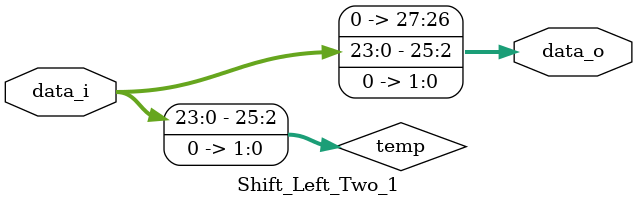
<source format=v>
`timescale 1ns / 1ps
module Shift_Left_Two_1(
		data_i,
		data_o
		);

//I/O ports                    
input [26-1:0] data_i;
reg   [26-1:0] temp;
output[28-1:0] data_o;



reg [28-1:0] data_o;
//shift left 2
always@( * )begin
	temp=data_i<<2;
	data_o=temp;
end

endmodule


</source>
